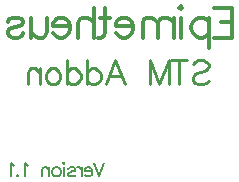
<source format=gbo>
G04*
G04 #@! TF.GenerationSoftware,Altium Limited,Altium Designer,23.4.1 (23)*
G04*
G04 Layer_Color=65280*
%FSLAX25Y25*%
%MOIN*%
G70*
G04*
G04 #@! TF.SameCoordinates,47F6D48D-2594-4982-AAFB-0A648C4F03F0*
G04*
G04*
G04 #@! TF.FilePolarity,Positive*
G04*
G01*
G75*
%ADD12C,0.00800*%
%ADD40C,0.01200*%
%ADD42C,0.01000*%
D12*
X215700Y176299D02*
X213986Y171800D01*
X212272Y176299D02*
X213986Y171800D01*
X211694Y173514D02*
X209123D01*
Y173942D01*
X209337Y174371D01*
X209551Y174585D01*
X209980Y174799D01*
X210623D01*
X211051Y174585D01*
X211479Y174157D01*
X211694Y173514D01*
Y173085D01*
X211479Y172443D01*
X211051Y172014D01*
X210623Y171800D01*
X209980D01*
X209551Y172014D01*
X209123Y172443D01*
X208159Y174799D02*
Y171800D01*
Y173514D02*
X207944Y174157D01*
X207516Y174585D01*
X207088Y174799D01*
X206445D01*
X203681Y174157D02*
X203895Y174585D01*
X204538Y174799D01*
X205181D01*
X205823Y174585D01*
X206038Y174157D01*
X205823Y173728D01*
X205395Y173514D01*
X204324Y173300D01*
X203895Y173085D01*
X203681Y172657D01*
Y172443D01*
X203895Y172014D01*
X204538Y171800D01*
X205181D01*
X205823Y172014D01*
X206038Y172443D01*
X202310Y176299D02*
X202096Y176085D01*
X201882Y176299D01*
X202096Y176513D01*
X202310Y176299D01*
X202096Y174799D02*
Y171800D01*
X200018Y174799D02*
X200446Y174585D01*
X200875Y174157D01*
X201089Y173514D01*
Y173085D01*
X200875Y172443D01*
X200446Y172014D01*
X200018Y171800D01*
X199375D01*
X198946Y172014D01*
X198518Y172443D01*
X198304Y173085D01*
Y173514D01*
X198518Y174157D01*
X198946Y174585D01*
X199375Y174799D01*
X200018D01*
X197318D02*
Y171800D01*
Y173942D02*
X196676Y174585D01*
X196247Y174799D01*
X195604D01*
X195176Y174585D01*
X194962Y173942D01*
Y171800D01*
X190248Y175442D02*
X189820Y175656D01*
X189177Y176299D01*
Y171800D01*
X186735Y172229D02*
X186949Y172014D01*
X186735Y171800D01*
X186521Y172014D01*
X186735Y172229D01*
X185535Y175442D02*
X185107Y175656D01*
X184464Y176299D01*
Y171800D01*
D40*
X252111Y228030D02*
X258300D01*
Y218033D01*
X252111D01*
X258300Y223270D02*
X254491D01*
X250445Y224698D02*
Y214700D01*
Y223270D02*
X249492Y224222D01*
X248540Y224698D01*
X247112D01*
X246160Y224222D01*
X245208Y223270D01*
X244731Y221841D01*
Y220889D01*
X245208Y219461D01*
X246160Y218509D01*
X247112Y218033D01*
X248540D01*
X249492Y218509D01*
X250445Y219461D01*
X241637Y228030D02*
X241161Y227554D01*
X240685Y228030D01*
X241161Y228507D01*
X241637Y228030D01*
X241161Y224698D02*
Y218033D01*
X238923Y224698D02*
Y218033D01*
Y222794D02*
X237495Y224222D01*
X236543Y224698D01*
X235115D01*
X234162Y224222D01*
X233686Y222794D01*
Y218033D01*
Y222794D02*
X232258Y224222D01*
X231306Y224698D01*
X229877D01*
X228925Y224222D01*
X228449Y222794D01*
Y218033D01*
X225307Y221841D02*
X219594D01*
Y222794D01*
X220070Y223746D01*
X220546Y224222D01*
X221498Y224698D01*
X222927D01*
X223879Y224222D01*
X224831Y223270D01*
X225307Y221841D01*
Y220889D01*
X224831Y219461D01*
X223879Y218509D01*
X222927Y218033D01*
X221498D01*
X220546Y218509D01*
X219594Y219461D01*
X216023Y228030D02*
Y219937D01*
X215547Y218509D01*
X214595Y218033D01*
X213643D01*
X217452Y224698D02*
X214119D01*
X212215Y228030D02*
Y218033D01*
Y222794D02*
X210786Y224222D01*
X209834Y224698D01*
X208406D01*
X207454Y224222D01*
X206978Y222794D01*
Y218033D01*
X204359Y221841D02*
X198646D01*
Y222794D01*
X199122Y223746D01*
X199598Y224222D01*
X200551Y224698D01*
X201979D01*
X202931Y224222D01*
X203883Y223270D01*
X204359Y221841D01*
Y220889D01*
X203883Y219461D01*
X202931Y218509D01*
X201979Y218033D01*
X200551D01*
X199598Y218509D01*
X198646Y219461D01*
X196504Y224698D02*
Y219937D01*
X196028Y218509D01*
X195076Y218033D01*
X193647D01*
X192695Y218509D01*
X191267Y219937D01*
Y224698D02*
Y218033D01*
X183411Y223270D02*
X183887Y224222D01*
X185316Y224698D01*
X186744D01*
X188172Y224222D01*
X188648Y223270D01*
X188172Y222317D01*
X187220Y221841D01*
X184840Y221365D01*
X183887Y220889D01*
X183411Y219937D01*
Y219461D01*
X183887Y218509D01*
X185316Y218033D01*
X186744D01*
X188172Y218509D01*
X188648Y219461D01*
D42*
X245168Y209356D02*
X245930Y210117D01*
X247072Y210498D01*
X248596D01*
X249738Y210117D01*
X250500Y209356D01*
Y208594D01*
X250119Y207832D01*
X249738Y207451D01*
X248976Y207070D01*
X246691Y206309D01*
X245930Y205928D01*
X245549Y205547D01*
X245168Y204785D01*
Y203643D01*
X245930Y202881D01*
X247072Y202500D01*
X248596D01*
X249738Y202881D01*
X250500Y203643D01*
X240712Y210498D02*
Y202500D01*
X243378Y210498D02*
X238046D01*
X237093D02*
Y202500D01*
Y210498D02*
X234046Y202500D01*
X230999Y210498D02*
X234046Y202500D01*
X230999Y210498D02*
Y202500D01*
X216336D02*
X219383Y210498D01*
X222430Y202500D01*
X221287Y205166D02*
X217478D01*
X209899Y210498D02*
Y202500D01*
Y206690D02*
X210661Y207451D01*
X211423Y207832D01*
X212565D01*
X213327Y207451D01*
X214089Y206690D01*
X214470Y205547D01*
Y204785D01*
X214089Y203643D01*
X213327Y202881D01*
X212565Y202500D01*
X211423D01*
X210661Y202881D01*
X209899Y203643D01*
X203196Y210498D02*
Y202500D01*
Y206690D02*
X203958Y207451D01*
X204719Y207832D01*
X205862D01*
X206624Y207451D01*
X207385Y206690D01*
X207766Y205547D01*
Y204785D01*
X207385Y203643D01*
X206624Y202881D01*
X205862Y202500D01*
X204719D01*
X203958Y202881D01*
X203196Y203643D01*
X199159Y207832D02*
X199920Y207451D01*
X200682Y206690D01*
X201063Y205547D01*
Y204785D01*
X200682Y203643D01*
X199920Y202881D01*
X199159Y202500D01*
X198016D01*
X197254Y202881D01*
X196493Y203643D01*
X196112Y204785D01*
Y205547D01*
X196493Y206690D01*
X197254Y207451D01*
X198016Y207832D01*
X199159D01*
X194360D02*
Y202500D01*
Y206309D02*
X193217Y207451D01*
X192455Y207832D01*
X191313D01*
X190551Y207451D01*
X190170Y206309D01*
Y202500D01*
M02*

</source>
